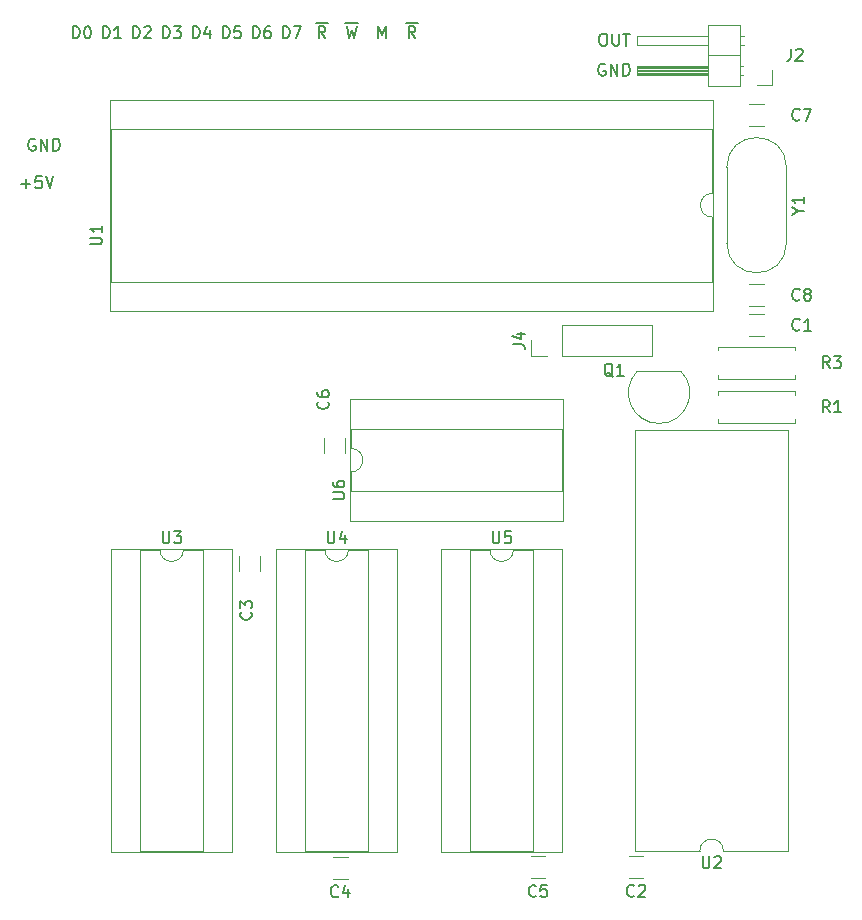
<source format=gbr>
%TF.GenerationSoftware,KiCad,Pcbnew,(6.0.4)*%
%TF.CreationDate,2022-04-30T14:30:54+02:00*%
%TF.ProjectId,TMS9918-2,544d5339-3931-4382-9d32-2e6b69636164,1.1*%
%TF.SameCoordinates,Original*%
%TF.FileFunction,Legend,Top*%
%TF.FilePolarity,Positive*%
%FSLAX46Y46*%
G04 Gerber Fmt 4.6, Leading zero omitted, Abs format (unit mm)*
G04 Created by KiCad (PCBNEW (6.0.4)) date 2022-04-30 14:30:54*
%MOMM*%
%LPD*%
G01*
G04 APERTURE LIST*
%ADD10C,0.150000*%
%ADD11C,0.120000*%
G04 APERTURE END LIST*
D10*
X55141904Y-62047380D02*
X55141904Y-61047380D01*
X55380000Y-61047380D01*
X55522857Y-61095000D01*
X55618095Y-61190238D01*
X55665714Y-61285476D01*
X55713333Y-61475952D01*
X55713333Y-61618809D01*
X55665714Y-61809285D01*
X55618095Y-61904523D01*
X55522857Y-61999761D01*
X55380000Y-62047380D01*
X55141904Y-62047380D01*
X56094285Y-61142619D02*
X56141904Y-61095000D01*
X56237142Y-61047380D01*
X56475238Y-61047380D01*
X56570476Y-61095000D01*
X56618095Y-61142619D01*
X56665714Y-61237857D01*
X56665714Y-61333095D01*
X56618095Y-61475952D01*
X56046666Y-62047380D01*
X56665714Y-62047380D01*
X70620000Y-60765000D02*
X71620000Y-60765000D01*
X71429523Y-62047380D02*
X71096190Y-61571190D01*
X70858095Y-62047380D02*
X70858095Y-61047380D01*
X71239047Y-61047380D01*
X71334285Y-61095000D01*
X71381904Y-61142619D01*
X71429523Y-61237857D01*
X71429523Y-61380714D01*
X71381904Y-61475952D01*
X71334285Y-61523571D01*
X71239047Y-61571190D01*
X70858095Y-61571190D01*
X95123095Y-64270000D02*
X95027857Y-64222380D01*
X94885000Y-64222380D01*
X94742142Y-64270000D01*
X94646904Y-64365238D01*
X94599285Y-64460476D01*
X94551666Y-64650952D01*
X94551666Y-64793809D01*
X94599285Y-64984285D01*
X94646904Y-65079523D01*
X94742142Y-65174761D01*
X94885000Y-65222380D01*
X94980238Y-65222380D01*
X95123095Y-65174761D01*
X95170714Y-65127142D01*
X95170714Y-64793809D01*
X94980238Y-64793809D01*
X95599285Y-65222380D02*
X95599285Y-64222380D01*
X96170714Y-65222380D01*
X96170714Y-64222380D01*
X96646904Y-65222380D02*
X96646904Y-64222380D01*
X96885000Y-64222380D01*
X97027857Y-64270000D01*
X97123095Y-64365238D01*
X97170714Y-64460476D01*
X97218333Y-64650952D01*
X97218333Y-64793809D01*
X97170714Y-64984285D01*
X97123095Y-65079523D01*
X97027857Y-65174761D01*
X96885000Y-65222380D01*
X96646904Y-65222380D01*
X52601904Y-62047380D02*
X52601904Y-61047380D01*
X52840000Y-61047380D01*
X52982857Y-61095000D01*
X53078095Y-61190238D01*
X53125714Y-61285476D01*
X53173333Y-61475952D01*
X53173333Y-61618809D01*
X53125714Y-61809285D01*
X53078095Y-61904523D01*
X52982857Y-61999761D01*
X52840000Y-62047380D01*
X52601904Y-62047380D01*
X54125714Y-62047380D02*
X53554285Y-62047380D01*
X53840000Y-62047380D02*
X53840000Y-61047380D01*
X53744761Y-61190238D01*
X53649523Y-61285476D01*
X53554285Y-61333095D01*
X45704285Y-74366428D02*
X46466190Y-74366428D01*
X46085238Y-74747380D02*
X46085238Y-73985476D01*
X47418571Y-73747380D02*
X46942380Y-73747380D01*
X46894761Y-74223571D01*
X46942380Y-74175952D01*
X47037619Y-74128333D01*
X47275714Y-74128333D01*
X47370952Y-74175952D01*
X47418571Y-74223571D01*
X47466190Y-74318809D01*
X47466190Y-74556904D01*
X47418571Y-74652142D01*
X47370952Y-74699761D01*
X47275714Y-74747380D01*
X47037619Y-74747380D01*
X46942380Y-74699761D01*
X46894761Y-74652142D01*
X47751904Y-73747380D02*
X48085238Y-74747380D01*
X48418571Y-73747380D01*
X78240000Y-60765000D02*
X79240000Y-60765000D01*
X79049523Y-62047380D02*
X78716190Y-61571190D01*
X78478095Y-62047380D02*
X78478095Y-61047380D01*
X78859047Y-61047380D01*
X78954285Y-61095000D01*
X79001904Y-61142619D01*
X79049523Y-61237857D01*
X79049523Y-61380714D01*
X79001904Y-61475952D01*
X78954285Y-61523571D01*
X78859047Y-61571190D01*
X78478095Y-61571190D01*
X57681904Y-62047380D02*
X57681904Y-61047380D01*
X57920000Y-61047380D01*
X58062857Y-61095000D01*
X58158095Y-61190238D01*
X58205714Y-61285476D01*
X58253333Y-61475952D01*
X58253333Y-61618809D01*
X58205714Y-61809285D01*
X58158095Y-61904523D01*
X58062857Y-61999761D01*
X57920000Y-62047380D01*
X57681904Y-62047380D01*
X58586666Y-61047380D02*
X59205714Y-61047380D01*
X58872380Y-61428333D01*
X59015238Y-61428333D01*
X59110476Y-61475952D01*
X59158095Y-61523571D01*
X59205714Y-61618809D01*
X59205714Y-61856904D01*
X59158095Y-61952142D01*
X59110476Y-61999761D01*
X59015238Y-62047380D01*
X58729523Y-62047380D01*
X58634285Y-61999761D01*
X58586666Y-61952142D01*
X50061904Y-62047380D02*
X50061904Y-61047380D01*
X50300000Y-61047380D01*
X50442857Y-61095000D01*
X50538095Y-61190238D01*
X50585714Y-61285476D01*
X50633333Y-61475952D01*
X50633333Y-61618809D01*
X50585714Y-61809285D01*
X50538095Y-61904523D01*
X50442857Y-61999761D01*
X50300000Y-62047380D01*
X50061904Y-62047380D01*
X51252380Y-61047380D02*
X51347619Y-61047380D01*
X51442857Y-61095000D01*
X51490476Y-61142619D01*
X51538095Y-61237857D01*
X51585714Y-61428333D01*
X51585714Y-61666428D01*
X51538095Y-61856904D01*
X51490476Y-61952142D01*
X51442857Y-61999761D01*
X51347619Y-62047380D01*
X51252380Y-62047380D01*
X51157142Y-61999761D01*
X51109523Y-61952142D01*
X51061904Y-61856904D01*
X51014285Y-61666428D01*
X51014285Y-61428333D01*
X51061904Y-61237857D01*
X51109523Y-61142619D01*
X51157142Y-61095000D01*
X51252380Y-61047380D01*
X94885000Y-61682380D02*
X95075476Y-61682380D01*
X95170714Y-61730000D01*
X95265952Y-61825238D01*
X95313571Y-62015714D01*
X95313571Y-62349047D01*
X95265952Y-62539523D01*
X95170714Y-62634761D01*
X95075476Y-62682380D01*
X94885000Y-62682380D01*
X94789761Y-62634761D01*
X94694523Y-62539523D01*
X94646904Y-62349047D01*
X94646904Y-62015714D01*
X94694523Y-61825238D01*
X94789761Y-61730000D01*
X94885000Y-61682380D01*
X95742142Y-61682380D02*
X95742142Y-62491904D01*
X95789761Y-62587142D01*
X95837380Y-62634761D01*
X95932619Y-62682380D01*
X96123095Y-62682380D01*
X96218333Y-62634761D01*
X96265952Y-62587142D01*
X96313571Y-62491904D01*
X96313571Y-61682380D01*
X96646904Y-61682380D02*
X97218333Y-61682380D01*
X96932619Y-62682380D02*
X96932619Y-61682380D01*
X60221904Y-62047380D02*
X60221904Y-61047380D01*
X60460000Y-61047380D01*
X60602857Y-61095000D01*
X60698095Y-61190238D01*
X60745714Y-61285476D01*
X60793333Y-61475952D01*
X60793333Y-61618809D01*
X60745714Y-61809285D01*
X60698095Y-61904523D01*
X60602857Y-61999761D01*
X60460000Y-62047380D01*
X60221904Y-62047380D01*
X61650476Y-61380714D02*
X61650476Y-62047380D01*
X61412380Y-60999761D02*
X61174285Y-61714047D01*
X61793333Y-61714047D01*
X73088571Y-60765000D02*
X74231428Y-60765000D01*
X73231428Y-61047380D02*
X73469523Y-62047380D01*
X73660000Y-61333095D01*
X73850476Y-62047380D01*
X74088571Y-61047380D01*
X46863095Y-70620000D02*
X46767857Y-70572380D01*
X46625000Y-70572380D01*
X46482142Y-70620000D01*
X46386904Y-70715238D01*
X46339285Y-70810476D01*
X46291666Y-71000952D01*
X46291666Y-71143809D01*
X46339285Y-71334285D01*
X46386904Y-71429523D01*
X46482142Y-71524761D01*
X46625000Y-71572380D01*
X46720238Y-71572380D01*
X46863095Y-71524761D01*
X46910714Y-71477142D01*
X46910714Y-71143809D01*
X46720238Y-71143809D01*
X47339285Y-71572380D02*
X47339285Y-70572380D01*
X47910714Y-71572380D01*
X47910714Y-70572380D01*
X48386904Y-71572380D02*
X48386904Y-70572380D01*
X48625000Y-70572380D01*
X48767857Y-70620000D01*
X48863095Y-70715238D01*
X48910714Y-70810476D01*
X48958333Y-71000952D01*
X48958333Y-71143809D01*
X48910714Y-71334285D01*
X48863095Y-71429523D01*
X48767857Y-71524761D01*
X48625000Y-71572380D01*
X48386904Y-71572380D01*
X65301904Y-62047380D02*
X65301904Y-61047380D01*
X65540000Y-61047380D01*
X65682857Y-61095000D01*
X65778095Y-61190238D01*
X65825714Y-61285476D01*
X65873333Y-61475952D01*
X65873333Y-61618809D01*
X65825714Y-61809285D01*
X65778095Y-61904523D01*
X65682857Y-61999761D01*
X65540000Y-62047380D01*
X65301904Y-62047380D01*
X66730476Y-61047380D02*
X66540000Y-61047380D01*
X66444761Y-61095000D01*
X66397142Y-61142619D01*
X66301904Y-61285476D01*
X66254285Y-61475952D01*
X66254285Y-61856904D01*
X66301904Y-61952142D01*
X66349523Y-61999761D01*
X66444761Y-62047380D01*
X66635238Y-62047380D01*
X66730476Y-61999761D01*
X66778095Y-61952142D01*
X66825714Y-61856904D01*
X66825714Y-61618809D01*
X66778095Y-61523571D01*
X66730476Y-61475952D01*
X66635238Y-61428333D01*
X66444761Y-61428333D01*
X66349523Y-61475952D01*
X66301904Y-61523571D01*
X66254285Y-61618809D01*
X75866666Y-62047380D02*
X75866666Y-61047380D01*
X76200000Y-61761666D01*
X76533333Y-61047380D01*
X76533333Y-62047380D01*
X67841904Y-62047380D02*
X67841904Y-61047380D01*
X68080000Y-61047380D01*
X68222857Y-61095000D01*
X68318095Y-61190238D01*
X68365714Y-61285476D01*
X68413333Y-61475952D01*
X68413333Y-61618809D01*
X68365714Y-61809285D01*
X68318095Y-61904523D01*
X68222857Y-61999761D01*
X68080000Y-62047380D01*
X67841904Y-62047380D01*
X68746666Y-61047380D02*
X69413333Y-61047380D01*
X68984761Y-62047380D01*
X62761904Y-62047380D02*
X62761904Y-61047380D01*
X63000000Y-61047380D01*
X63142857Y-61095000D01*
X63238095Y-61190238D01*
X63285714Y-61285476D01*
X63333333Y-61475952D01*
X63333333Y-61618809D01*
X63285714Y-61809285D01*
X63238095Y-61904523D01*
X63142857Y-61999761D01*
X63000000Y-62047380D01*
X62761904Y-62047380D01*
X64238095Y-61047380D02*
X63761904Y-61047380D01*
X63714285Y-61523571D01*
X63761904Y-61475952D01*
X63857142Y-61428333D01*
X64095238Y-61428333D01*
X64190476Y-61475952D01*
X64238095Y-61523571D01*
X64285714Y-61618809D01*
X64285714Y-61856904D01*
X64238095Y-61952142D01*
X64190476Y-61999761D01*
X64095238Y-62047380D01*
X63857142Y-62047380D01*
X63761904Y-61999761D01*
X63714285Y-61952142D01*
%TO.C,C8*%
X111593333Y-84177142D02*
X111545714Y-84224761D01*
X111402857Y-84272380D01*
X111307619Y-84272380D01*
X111164761Y-84224761D01*
X111069523Y-84129523D01*
X111021904Y-84034285D01*
X110974285Y-83843809D01*
X110974285Y-83700952D01*
X111021904Y-83510476D01*
X111069523Y-83415238D01*
X111164761Y-83320000D01*
X111307619Y-83272380D01*
X111402857Y-83272380D01*
X111545714Y-83320000D01*
X111593333Y-83367619D01*
X112164761Y-83700952D02*
X112069523Y-83653333D01*
X112021904Y-83605714D01*
X111974285Y-83510476D01*
X111974285Y-83462857D01*
X112021904Y-83367619D01*
X112069523Y-83320000D01*
X112164761Y-83272380D01*
X112355238Y-83272380D01*
X112450476Y-83320000D01*
X112498095Y-83367619D01*
X112545714Y-83462857D01*
X112545714Y-83510476D01*
X112498095Y-83605714D01*
X112450476Y-83653333D01*
X112355238Y-83700952D01*
X112164761Y-83700952D01*
X112069523Y-83748571D01*
X112021904Y-83796190D01*
X111974285Y-83891428D01*
X111974285Y-84081904D01*
X112021904Y-84177142D01*
X112069523Y-84224761D01*
X112164761Y-84272380D01*
X112355238Y-84272380D01*
X112450476Y-84224761D01*
X112498095Y-84177142D01*
X112545714Y-84081904D01*
X112545714Y-83891428D01*
X112498095Y-83796190D01*
X112450476Y-83748571D01*
X112355238Y-83700952D01*
%TO.C,J4*%
X87302380Y-87963333D02*
X88016666Y-87963333D01*
X88159523Y-88010952D01*
X88254761Y-88106190D01*
X88302380Y-88249047D01*
X88302380Y-88344285D01*
X87635714Y-87058571D02*
X88302380Y-87058571D01*
X87254761Y-87296666D02*
X87969047Y-87534761D01*
X87969047Y-86915714D01*
%TO.C,U2*%
X103383095Y-131322380D02*
X103383095Y-132131904D01*
X103430714Y-132227142D01*
X103478333Y-132274761D01*
X103573571Y-132322380D01*
X103764047Y-132322380D01*
X103859285Y-132274761D01*
X103906904Y-132227142D01*
X103954523Y-132131904D01*
X103954523Y-131322380D01*
X104383095Y-131417619D02*
X104430714Y-131370000D01*
X104525952Y-131322380D01*
X104764047Y-131322380D01*
X104859285Y-131370000D01*
X104906904Y-131417619D01*
X104954523Y-131512857D01*
X104954523Y-131608095D01*
X104906904Y-131750952D01*
X104335476Y-132322380D01*
X104954523Y-132322380D01*
%TO.C,U1*%
X51522380Y-79501904D02*
X52331904Y-79501904D01*
X52427142Y-79454285D01*
X52474761Y-79406666D01*
X52522380Y-79311428D01*
X52522380Y-79120952D01*
X52474761Y-79025714D01*
X52427142Y-78978095D01*
X52331904Y-78930476D01*
X51522380Y-78930476D01*
X52522380Y-77930476D02*
X52522380Y-78501904D01*
X52522380Y-78216190D02*
X51522380Y-78216190D01*
X51665238Y-78311428D01*
X51760476Y-78406666D01*
X51808095Y-78501904D01*
%TO.C,Y1*%
X111451190Y-76666190D02*
X111927380Y-76666190D01*
X110927380Y-76999523D02*
X111451190Y-76666190D01*
X110927380Y-76332857D01*
X111927380Y-75475714D02*
X111927380Y-76047142D01*
X111927380Y-75761428D02*
X110927380Y-75761428D01*
X111070238Y-75856666D01*
X111165476Y-75951904D01*
X111213095Y-76047142D01*
%TO.C,U6*%
X72047380Y-101081904D02*
X72856904Y-101081904D01*
X72952142Y-101034285D01*
X72999761Y-100986666D01*
X73047380Y-100891428D01*
X73047380Y-100700952D01*
X72999761Y-100605714D01*
X72952142Y-100558095D01*
X72856904Y-100510476D01*
X72047380Y-100510476D01*
X72047380Y-99605714D02*
X72047380Y-99796190D01*
X72095000Y-99891428D01*
X72142619Y-99939047D01*
X72285476Y-100034285D01*
X72475952Y-100081904D01*
X72856904Y-100081904D01*
X72952142Y-100034285D01*
X72999761Y-99986666D01*
X73047380Y-99891428D01*
X73047380Y-99700952D01*
X72999761Y-99605714D01*
X72952142Y-99558095D01*
X72856904Y-99510476D01*
X72618809Y-99510476D01*
X72523571Y-99558095D01*
X72475952Y-99605714D01*
X72428333Y-99700952D01*
X72428333Y-99891428D01*
X72475952Y-99986666D01*
X72523571Y-100034285D01*
X72618809Y-100081904D01*
%TO.C,C6*%
X71644798Y-92831195D02*
X71692417Y-92878814D01*
X71740036Y-93021671D01*
X71740036Y-93116909D01*
X71692417Y-93259767D01*
X71597179Y-93355005D01*
X71501941Y-93402624D01*
X71311465Y-93450243D01*
X71168608Y-93450243D01*
X70978132Y-93402624D01*
X70882894Y-93355005D01*
X70787656Y-93259767D01*
X70740036Y-93116909D01*
X70740036Y-93021671D01*
X70787656Y-92878814D01*
X70835275Y-92831195D01*
X70740036Y-91974052D02*
X70740036Y-92164529D01*
X70787656Y-92259767D01*
X70835275Y-92307386D01*
X70978132Y-92402624D01*
X71168608Y-92450243D01*
X71549560Y-92450243D01*
X71644798Y-92402624D01*
X71692417Y-92355005D01*
X71740036Y-92259767D01*
X71740036Y-92069290D01*
X71692417Y-91974052D01*
X71644798Y-91926433D01*
X71549560Y-91878814D01*
X71311465Y-91878814D01*
X71216227Y-91926433D01*
X71168608Y-91974052D01*
X71120989Y-92069290D01*
X71120989Y-92259767D01*
X71168608Y-92355005D01*
X71216227Y-92402624D01*
X71311465Y-92450243D01*
%TO.C,C7*%
X111593333Y-68937142D02*
X111545714Y-68984761D01*
X111402857Y-69032380D01*
X111307619Y-69032380D01*
X111164761Y-68984761D01*
X111069523Y-68889523D01*
X111021904Y-68794285D01*
X110974285Y-68603809D01*
X110974285Y-68460952D01*
X111021904Y-68270476D01*
X111069523Y-68175238D01*
X111164761Y-68080000D01*
X111307619Y-68032380D01*
X111402857Y-68032380D01*
X111545714Y-68080000D01*
X111593333Y-68127619D01*
X111926666Y-68032380D02*
X112593333Y-68032380D01*
X112164761Y-69032380D01*
%TO.C,C2*%
X97574190Y-134646692D02*
X97526571Y-134694311D01*
X97383714Y-134741930D01*
X97288476Y-134741930D01*
X97145618Y-134694311D01*
X97050380Y-134599073D01*
X97002761Y-134503835D01*
X96955142Y-134313359D01*
X96955142Y-134170502D01*
X97002761Y-133980026D01*
X97050380Y-133884788D01*
X97145618Y-133789550D01*
X97288476Y-133741930D01*
X97383714Y-133741930D01*
X97526571Y-133789550D01*
X97574190Y-133837169D01*
X97955142Y-133837169D02*
X98002761Y-133789550D01*
X98097999Y-133741930D01*
X98336095Y-133741930D01*
X98431333Y-133789550D01*
X98478952Y-133837169D01*
X98526571Y-133932407D01*
X98526571Y-134027645D01*
X98478952Y-134170502D01*
X97907523Y-134741930D01*
X98526571Y-134741930D01*
%TO.C,C4*%
X72523251Y-134688694D02*
X72475632Y-134736313D01*
X72332775Y-134783932D01*
X72237537Y-134783932D01*
X72094679Y-134736313D01*
X71999441Y-134641075D01*
X71951822Y-134545837D01*
X71904203Y-134355361D01*
X71904203Y-134212504D01*
X71951822Y-134022028D01*
X71999441Y-133926790D01*
X72094679Y-133831552D01*
X72237537Y-133783932D01*
X72332775Y-133783932D01*
X72475632Y-133831552D01*
X72523251Y-133879171D01*
X73380394Y-134117266D02*
X73380394Y-134783932D01*
X73142298Y-133736313D02*
X72904203Y-134450599D01*
X73523251Y-134450599D01*
%TO.C,J2*%
X110861666Y-62947380D02*
X110861666Y-63661666D01*
X110814047Y-63804523D01*
X110718809Y-63899761D01*
X110575952Y-63947380D01*
X110480714Y-63947380D01*
X111290238Y-63042619D02*
X111337857Y-62995000D01*
X111433095Y-62947380D01*
X111671190Y-62947380D01*
X111766428Y-62995000D01*
X111814047Y-63042619D01*
X111861666Y-63137857D01*
X111861666Y-63233095D01*
X111814047Y-63375952D01*
X111242619Y-63947380D01*
X111861666Y-63947380D01*
%TO.C,U5*%
X85608095Y-103807380D02*
X85608095Y-104616904D01*
X85655714Y-104712142D01*
X85703333Y-104759761D01*
X85798571Y-104807380D01*
X85989047Y-104807380D01*
X86084285Y-104759761D01*
X86131904Y-104712142D01*
X86179523Y-104616904D01*
X86179523Y-103807380D01*
X87131904Y-103807380D02*
X86655714Y-103807380D01*
X86608095Y-104283571D01*
X86655714Y-104235952D01*
X86750952Y-104188333D01*
X86989047Y-104188333D01*
X87084285Y-104235952D01*
X87131904Y-104283571D01*
X87179523Y-104378809D01*
X87179523Y-104616904D01*
X87131904Y-104712142D01*
X87084285Y-104759761D01*
X86989047Y-104807380D01*
X86750952Y-104807380D01*
X86655714Y-104759761D01*
X86608095Y-104712142D01*
%TO.C,C3*%
X65127142Y-110656666D02*
X65174761Y-110704285D01*
X65222380Y-110847142D01*
X65222380Y-110942380D01*
X65174761Y-111085238D01*
X65079523Y-111180476D01*
X64984285Y-111228095D01*
X64793809Y-111275714D01*
X64650952Y-111275714D01*
X64460476Y-111228095D01*
X64365238Y-111180476D01*
X64270000Y-111085238D01*
X64222380Y-110942380D01*
X64222380Y-110847142D01*
X64270000Y-110704285D01*
X64317619Y-110656666D01*
X64222380Y-110323333D02*
X64222380Y-109704285D01*
X64603333Y-110037619D01*
X64603333Y-109894761D01*
X64650952Y-109799523D01*
X64698571Y-109751904D01*
X64793809Y-109704285D01*
X65031904Y-109704285D01*
X65127142Y-109751904D01*
X65174761Y-109799523D01*
X65222380Y-109894761D01*
X65222380Y-110180476D01*
X65174761Y-110275714D01*
X65127142Y-110323333D01*
%TO.C,Q1*%
X95789761Y-90717619D02*
X95694523Y-90670000D01*
X95599285Y-90574761D01*
X95456428Y-90431904D01*
X95361190Y-90384285D01*
X95265952Y-90384285D01*
X95313571Y-90622380D02*
X95218333Y-90574761D01*
X95123095Y-90479523D01*
X95075476Y-90289047D01*
X95075476Y-89955714D01*
X95123095Y-89765238D01*
X95218333Y-89670000D01*
X95313571Y-89622380D01*
X95504047Y-89622380D01*
X95599285Y-89670000D01*
X95694523Y-89765238D01*
X95742142Y-89955714D01*
X95742142Y-90289047D01*
X95694523Y-90479523D01*
X95599285Y-90574761D01*
X95504047Y-90622380D01*
X95313571Y-90622380D01*
X96694523Y-90622380D02*
X96123095Y-90622380D01*
X96408809Y-90622380D02*
X96408809Y-89622380D01*
X96313571Y-89765238D01*
X96218333Y-89860476D01*
X96123095Y-89908095D01*
%TO.C,R1*%
X114133333Y-93721926D02*
X113800000Y-93245736D01*
X113561904Y-93721926D02*
X113561904Y-92721926D01*
X113942857Y-92721926D01*
X114038095Y-92769546D01*
X114085714Y-92817165D01*
X114133333Y-92912403D01*
X114133333Y-93055260D01*
X114085714Y-93150498D01*
X114038095Y-93198117D01*
X113942857Y-93245736D01*
X113561904Y-93245736D01*
X115085714Y-93721926D02*
X114514285Y-93721926D01*
X114800000Y-93721926D02*
X114800000Y-92721926D01*
X114704761Y-92864784D01*
X114609523Y-92960022D01*
X114514285Y-93007641D01*
%TO.C,R3*%
X114133333Y-89987380D02*
X113800000Y-89511190D01*
X113561904Y-89987380D02*
X113561904Y-88987380D01*
X113942857Y-88987380D01*
X114038095Y-89035000D01*
X114085714Y-89082619D01*
X114133333Y-89177857D01*
X114133333Y-89320714D01*
X114085714Y-89415952D01*
X114038095Y-89463571D01*
X113942857Y-89511190D01*
X113561904Y-89511190D01*
X114466666Y-88987380D02*
X115085714Y-88987380D01*
X114752380Y-89368333D01*
X114895238Y-89368333D01*
X114990476Y-89415952D01*
X115038095Y-89463571D01*
X115085714Y-89558809D01*
X115085714Y-89796904D01*
X115038095Y-89892142D01*
X114990476Y-89939761D01*
X114895238Y-89987380D01*
X114609523Y-89987380D01*
X114514285Y-89939761D01*
X114466666Y-89892142D01*
%TO.C,C1*%
X111593333Y-86717142D02*
X111545714Y-86764761D01*
X111402857Y-86812380D01*
X111307619Y-86812380D01*
X111164761Y-86764761D01*
X111069523Y-86669523D01*
X111021904Y-86574285D01*
X110974285Y-86383809D01*
X110974285Y-86240952D01*
X111021904Y-86050476D01*
X111069523Y-85955238D01*
X111164761Y-85860000D01*
X111307619Y-85812380D01*
X111402857Y-85812380D01*
X111545714Y-85860000D01*
X111593333Y-85907619D01*
X112545714Y-86812380D02*
X111974285Y-86812380D01*
X112260000Y-86812380D02*
X112260000Y-85812380D01*
X112164761Y-85955238D01*
X112069523Y-86050476D01*
X111974285Y-86098095D01*
%TO.C,C5*%
X89269155Y-134650276D02*
X89221536Y-134697895D01*
X89078679Y-134745514D01*
X88983441Y-134745514D01*
X88840583Y-134697895D01*
X88745345Y-134602657D01*
X88697726Y-134507419D01*
X88650107Y-134316943D01*
X88650107Y-134174086D01*
X88697726Y-133983610D01*
X88745345Y-133888372D01*
X88840583Y-133793134D01*
X88983441Y-133745514D01*
X89078679Y-133745514D01*
X89221536Y-133793134D01*
X89269155Y-133840753D01*
X90173917Y-133745514D02*
X89697726Y-133745514D01*
X89650107Y-134221705D01*
X89697726Y-134174086D01*
X89792964Y-134126467D01*
X90031060Y-134126467D01*
X90126298Y-134174086D01*
X90173917Y-134221705D01*
X90221536Y-134316943D01*
X90221536Y-134555038D01*
X90173917Y-134650276D01*
X90126298Y-134697895D01*
X90031060Y-134745514D01*
X89792964Y-134745514D01*
X89697726Y-134697895D01*
X89650107Y-134650276D01*
%TO.C,U4*%
X71638095Y-103807380D02*
X71638095Y-104616904D01*
X71685714Y-104712142D01*
X71733333Y-104759761D01*
X71828571Y-104807380D01*
X72019047Y-104807380D01*
X72114285Y-104759761D01*
X72161904Y-104712142D01*
X72209523Y-104616904D01*
X72209523Y-103807380D01*
X73114285Y-104140714D02*
X73114285Y-104807380D01*
X72876190Y-103759761D02*
X72638095Y-104474047D01*
X73257142Y-104474047D01*
%TO.C,U3*%
X57668095Y-103807380D02*
X57668095Y-104616904D01*
X57715714Y-104712142D01*
X57763333Y-104759761D01*
X57858571Y-104807380D01*
X58049047Y-104807380D01*
X58144285Y-104759761D01*
X58191904Y-104712142D01*
X58239523Y-104616904D01*
X58239523Y-103807380D01*
X58620476Y-103807380D02*
X59239523Y-103807380D01*
X58906190Y-104188333D01*
X59049047Y-104188333D01*
X59144285Y-104235952D01*
X59191904Y-104283571D01*
X59239523Y-104378809D01*
X59239523Y-104616904D01*
X59191904Y-104712142D01*
X59144285Y-104759761D01*
X59049047Y-104807380D01*
X58763333Y-104807380D01*
X58668095Y-104759761D01*
X58620476Y-104712142D01*
D11*
%TO.C,C8*%
X107301000Y-84740000D02*
X108559000Y-84740000D01*
X107301000Y-82900000D02*
X108559000Y-82900000D01*
%TO.C,J4*%
X99130000Y-88960000D02*
X99130000Y-86300000D01*
X90180000Y-88960000D02*
X88850000Y-88960000D01*
X88850000Y-88960000D02*
X88850000Y-87630000D01*
X91450000Y-88960000D02*
X99130000Y-88960000D01*
X91450000Y-86300000D02*
X99130000Y-86300000D01*
X91450000Y-88960000D02*
X91450000Y-86300000D01*
%TO.C,U2*%
X105145000Y-130870000D02*
X110605000Y-130870000D01*
X110605000Y-95190000D02*
X97685000Y-95190000D01*
X110605000Y-130870000D02*
X110605000Y-95190000D01*
X97685000Y-95190000D02*
X97685000Y-130870000D01*
X97685000Y-130870000D02*
X103145000Y-130870000D01*
X105145000Y-130870000D02*
G75*
G03*
X103145000Y-130870000I-1000000J0D01*
G01*
%TO.C,U1*%
X53215000Y-67245000D02*
X53215000Y-85145000D01*
X104195000Y-82655000D02*
X104195000Y-77195000D01*
X104195000Y-69735000D02*
X53275000Y-69735000D01*
X104195000Y-75195000D02*
X104195000Y-69735000D01*
X104255000Y-85145000D02*
X104255000Y-67245000D01*
X53275000Y-69735000D02*
X53275000Y-82655000D01*
X104255000Y-67245000D02*
X53215000Y-67245000D01*
X53215000Y-85145000D02*
X104255000Y-85145000D01*
X53275000Y-82655000D02*
X104195000Y-82655000D01*
X104195000Y-75195000D02*
G75*
G03*
X104195000Y-77195000I0J-1000000D01*
G01*
%TO.C,Y1*%
X105425000Y-72990000D02*
X105425000Y-79390000D01*
X110475000Y-72990000D02*
X110475000Y-79390000D01*
X110475000Y-72990000D02*
G75*
G03*
X105425000Y-72990000I-2525000J0D01*
G01*
X105425000Y-79390000D02*
G75*
G03*
X110475000Y-79390000I2525000J0D01*
G01*
%TO.C,U6*%
X73535000Y-102920000D02*
X91555000Y-102920000D01*
X91555000Y-102920000D02*
X91555000Y-92640000D01*
X73595000Y-98780000D02*
X73595000Y-100430000D01*
X91555000Y-92640000D02*
X73535000Y-92640000D01*
X73535000Y-92640000D02*
X73535000Y-102920000D01*
X91495000Y-95130000D02*
X73595000Y-95130000D01*
X73595000Y-95130000D02*
X73595000Y-96780000D01*
X91495000Y-100430000D02*
X91495000Y-95130000D01*
X73595000Y-100430000D02*
X91495000Y-100430000D01*
X73595000Y-98780000D02*
G75*
G03*
X73595000Y-96780000I0J1000000D01*
G01*
%TO.C,C6*%
X71287656Y-95880986D02*
X71287656Y-97138986D01*
X73127656Y-95880986D02*
X73127656Y-97138986D01*
%TO.C,C7*%
X107301000Y-67660000D02*
X108559000Y-67660000D01*
X107301000Y-69500000D02*
X108559000Y-69500000D01*
%TO.C,C2*%
X98369857Y-133159550D02*
X97111857Y-133159550D01*
X98369857Y-131319550D02*
X97111857Y-131319550D01*
%TO.C,C4*%
X73318918Y-131361552D02*
X72060918Y-131361552D01*
X73318918Y-133201552D02*
X72060918Y-133201552D01*
%TO.C,J2*%
X106907071Y-62610000D02*
X106510000Y-62610000D01*
X103850000Y-64970000D02*
X97850000Y-64970000D01*
X106840000Y-64390000D02*
X106510000Y-64390000D01*
X103850000Y-64850000D02*
X97850000Y-64850000D01*
X97850000Y-61850000D02*
X103850000Y-61850000D01*
X109220000Y-64770000D02*
X109220000Y-66040000D01*
X97850000Y-62610000D02*
X97850000Y-61850000D01*
X103850000Y-64490000D02*
X97850000Y-64490000D01*
X97850000Y-65150000D02*
X97850000Y-64390000D01*
X103850000Y-64730000D02*
X97850000Y-64730000D01*
X103850000Y-64610000D02*
X97850000Y-64610000D01*
X109220000Y-66040000D02*
X107950000Y-66040000D01*
X106510000Y-63500000D02*
X103850000Y-63500000D01*
X97850000Y-64390000D02*
X103850000Y-64390000D01*
X103850000Y-65090000D02*
X97850000Y-65090000D01*
X106510000Y-66100000D02*
X106510000Y-60900000D01*
X103850000Y-60900000D02*
X103850000Y-66100000D01*
X103850000Y-65150000D02*
X97850000Y-65150000D01*
X103850000Y-66100000D02*
X106510000Y-66100000D01*
X106907071Y-61850000D02*
X106510000Y-61850000D01*
X103850000Y-62610000D02*
X97850000Y-62610000D01*
X106840000Y-65150000D02*
X106510000Y-65150000D01*
X106510000Y-60900000D02*
X103850000Y-60900000D01*
%TO.C,U5*%
X81230000Y-105295000D02*
X81230000Y-130935000D01*
X91510000Y-130935000D02*
X91510000Y-105295000D01*
X85370000Y-105355000D02*
X83720000Y-105355000D01*
X81230000Y-130935000D02*
X91510000Y-130935000D01*
X91510000Y-105295000D02*
X81230000Y-105295000D01*
X89020000Y-130875000D02*
X89020000Y-105355000D01*
X83720000Y-105355000D02*
X83720000Y-130875000D01*
X83720000Y-130875000D02*
X89020000Y-130875000D01*
X89020000Y-105355000D02*
X87370000Y-105355000D01*
X85370000Y-105355000D02*
G75*
G03*
X87370000Y-105355000I1000000J0D01*
G01*
%TO.C,C3*%
X65943254Y-107173320D02*
X65943254Y-105915320D01*
X64103254Y-107173320D02*
X64103254Y-105915320D01*
%TO.C,Q1*%
X101495000Y-90225000D02*
X97895000Y-90225000D01*
X97856522Y-90236522D02*
G75*
G03*
X99695000Y-94675000I1838478J-1838478D01*
G01*
X99695000Y-94675001D02*
G75*
G03*
X101533478Y-90236522I0J2600001D01*
G01*
%TO.C,R1*%
X104680000Y-94309546D02*
X104680000Y-94639546D01*
X104680000Y-91899546D02*
X111220000Y-91899546D01*
X111220000Y-94639546D02*
X111220000Y-94309546D01*
X104680000Y-92229546D02*
X104680000Y-91899546D01*
X104680000Y-94639546D02*
X111220000Y-94639546D01*
X111220000Y-91899546D02*
X111220000Y-92229546D01*
%TO.C,R3*%
X111220000Y-88165000D02*
X111220000Y-88495000D01*
X111220000Y-90905000D02*
X111220000Y-90575000D01*
X104680000Y-90575000D02*
X104680000Y-90905000D01*
X104680000Y-90905000D02*
X111220000Y-90905000D01*
X104680000Y-88495000D02*
X104680000Y-88165000D01*
X104680000Y-88165000D02*
X111220000Y-88165000D01*
%TO.C,C1*%
X107341000Y-87280000D02*
X108599000Y-87280000D01*
X107341000Y-85440000D02*
X108599000Y-85440000D01*
%TO.C,C5*%
X90064822Y-133163134D02*
X88806822Y-133163134D01*
X90064822Y-131323134D02*
X88806822Y-131323134D01*
%TO.C,U4*%
X69750000Y-105355000D02*
X69750000Y-130875000D01*
X77540000Y-105295000D02*
X67260000Y-105295000D01*
X67260000Y-130935000D02*
X77540000Y-130935000D01*
X75050000Y-130875000D02*
X75050000Y-105355000D01*
X75050000Y-105355000D02*
X73400000Y-105355000D01*
X69750000Y-130875000D02*
X75050000Y-130875000D01*
X77540000Y-130935000D02*
X77540000Y-105295000D01*
X67260000Y-105295000D02*
X67260000Y-130935000D01*
X71400000Y-105355000D02*
X69750000Y-105355000D01*
X71400000Y-105355000D02*
G75*
G03*
X73400000Y-105355000I1000000J0D01*
G01*
%TO.C,U3*%
X55780000Y-105355000D02*
X55780000Y-130875000D01*
X57430000Y-105355000D02*
X55780000Y-105355000D01*
X63570000Y-130935000D02*
X63570000Y-105295000D01*
X61080000Y-105355000D02*
X59430000Y-105355000D01*
X53290000Y-130935000D02*
X63570000Y-130935000D01*
X55780000Y-130875000D02*
X61080000Y-130875000D01*
X53290000Y-105295000D02*
X53290000Y-130935000D01*
X61080000Y-130875000D02*
X61080000Y-105355000D01*
X63570000Y-105295000D02*
X53290000Y-105295000D01*
X57430000Y-105355000D02*
G75*
G03*
X59430000Y-105355000I1000000J0D01*
G01*
%TD*%
M02*

</source>
